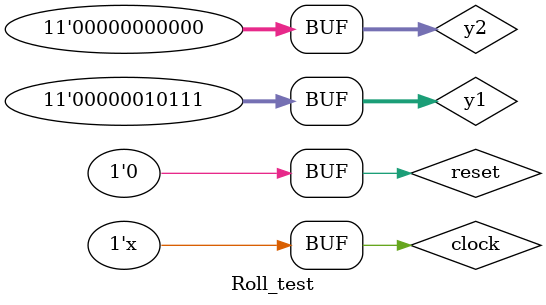
<source format=v>
`timescale 1ns / 1ps


module Roll_test;
// Inputs
	reg clock;
	reg [10:0] y1;
	reg [10:0] y2;
	reg reset;

	// Outputs
	wire [3:0] roll_mag;
	wire [1:0] direction;

	// Instantiate the Unit Under Test (UUT)
	Roll uut (
		.clock(clock),  
		.y1(y1), 
		.y2(y2), 
		.reset(reset), 
		.roll_mag(roll_mag),
		.direction(direction)
	);

	always #5 clock = !clock;
	initial begin
		// Initialize Inputs
		clock = 0;
		y1 = 0;
		y2 = 0;
		reset = 0;

		// Wait 100 ns for global reset to finish
		#100;
        
		// Add stimulus here
		y1 = 15;
		
		#20
		y1 = 7;
		
		#20
		y1 = 5;
		
		#20
		y1 = 2;
		
		#20
		y1 = 23;

	end
      
endmodule


</source>
